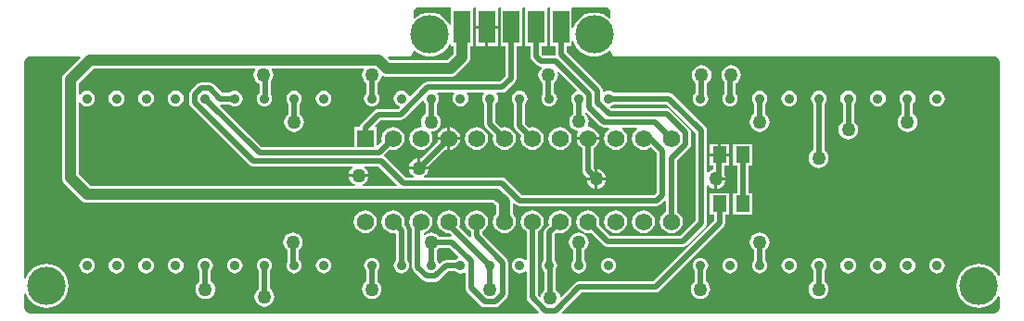
<source format=gbl>
G04 Layer_Physical_Order=2*
G04 Layer_Color=16711680*
%FSLAX42Y42*%
%MOMM*%
G71*
G01*
G75*
%ADD10C,0.50*%
%ADD11C,0.90*%
%ADD12C,1.56*%
%ADD13R,1.56X1.56*%
%ADD14C,3.50*%
%ADD15C,1.27*%
%ADD16R,1.25X1.50*%
%ADD17R,1.50X3.00*%
%ADD18C,1.00*%
G36*
X3945Y2513D02*
Y2495D01*
X3969D01*
Y2427D01*
X3908Y2366D01*
X3388D01*
X3366Y2388D01*
X3371Y2400D01*
X3550D01*
Y2399D01*
X3570Y2403D01*
X3586Y2414D01*
X3597Y2430D01*
X3600Y2447D01*
X3608Y2451D01*
X3614Y2453D01*
X3638Y2433D01*
X3673Y2414D01*
X3711Y2402D01*
X3750Y2399D01*
X3789Y2402D01*
X3827Y2414D01*
X3862Y2433D01*
X3892Y2458D01*
X3917Y2488D01*
X3932Y2516D01*
X3945Y2513D01*
D02*
G37*
G36*
X4834Y2850D02*
X4845Y2846D01*
Y2495D01*
X4894D01*
Y2421D01*
X4886Y2411D01*
X4781D01*
X4772Y2421D01*
Y2495D01*
X4821D01*
Y2838D01*
X4832Y2850D01*
X4834Y2850D01*
D02*
G37*
G36*
X4609Y2850D02*
X4620Y2846D01*
Y2495D01*
X4669D01*
Y2400D01*
X4673Y2380D01*
X4684Y2363D01*
X4724Y2324D01*
X4740Y2313D01*
X4760Y2309D01*
X4766D01*
X4770Y2296D01*
X4767Y2293D01*
X4752Y2275D01*
X4743Y2253D01*
X4740Y2230D01*
X4743Y2207D01*
X4752Y2185D01*
X4767Y2167D01*
X4779Y2157D01*
Y2051D01*
X4779Y2051D01*
X4771Y2033D01*
X4769Y2015D01*
X4771Y1997D01*
X4779Y1979D01*
X4790Y1965D01*
X4804Y1954D01*
X4822Y1946D01*
X4840Y1944D01*
X4858Y1946D01*
X4876Y1954D01*
X4890Y1965D01*
X4901Y1979D01*
X4909Y1997D01*
X4911Y2015D01*
X4909Y2033D01*
X4901Y2051D01*
X4890Y2065D01*
X4881Y2072D01*
Y2157D01*
X4893Y2167D01*
X4908Y2185D01*
X4917Y2207D01*
X4920Y2230D01*
X4917Y2253D01*
X4917Y2254D01*
X4928Y2259D01*
X5092Y2095D01*
X5087Y2082D01*
X5074Y2076D01*
X5060Y2065D01*
X5049Y2051D01*
X5041Y2033D01*
X5039Y2015D01*
X5041Y1997D01*
X5049Y1979D01*
X5060Y1965D01*
X5060Y1964D01*
Y1878D01*
X5048Y1869D01*
X5034Y1851D01*
X5025Y1829D01*
X5022Y1806D01*
X5025Y1782D01*
X5034Y1761D01*
X5048Y1742D01*
X5067Y1728D01*
X5088Y1719D01*
X5098Y1718D01*
X5103Y1704D01*
X5102Y1702D01*
X5091Y1677D01*
X5089Y1663D01*
X5295D01*
X5293Y1677D01*
X5282Y1702D01*
X5266Y1724D01*
X5244Y1740D01*
X5219Y1751D01*
X5199Y1753D01*
X5198Y1754D01*
X5192Y1766D01*
X5192Y1767D01*
X5198Y1782D01*
X5201Y1806D01*
X5198Y1829D01*
X5189Y1851D01*
X5175Y1869D01*
X5168Y1875D01*
X5168Y1881D01*
X5182Y1886D01*
X5304Y1764D01*
X5320Y1753D01*
X5340Y1749D01*
X5384D01*
X5388Y1736D01*
X5372Y1724D01*
X5356Y1702D01*
X5345Y1677D01*
X5342Y1650D01*
X5345Y1623D01*
X5356Y1598D01*
X5372Y1576D01*
X5394Y1560D01*
X5419Y1549D01*
X5446Y1546D01*
X5473Y1549D01*
X5498Y1560D01*
X5520Y1576D01*
X5536Y1598D01*
X5547Y1623D01*
X5550Y1650D01*
X5547Y1677D01*
X5536Y1702D01*
X5520Y1724D01*
X5504Y1736D01*
X5508Y1749D01*
X5638D01*
X5642Y1736D01*
X5626Y1724D01*
X5610Y1702D01*
X5599Y1677D01*
X5596Y1650D01*
X5599Y1623D01*
X5610Y1598D01*
X5626Y1576D01*
X5648Y1560D01*
X5673Y1549D01*
X5700Y1546D01*
X5727Y1549D01*
X5752Y1560D01*
X5767Y1571D01*
X5819Y1519D01*
Y1153D01*
X5797Y1131D01*
X4591D01*
X4446Y1276D01*
X4430Y1287D01*
X4410Y1291D01*
X3700D01*
X3699Y1295D01*
X3697Y1304D01*
X3713Y1317D01*
X3728Y1335D01*
X3737Y1357D01*
X3738Y1367D01*
X3562D01*
X3563Y1357D01*
X3572Y1335D01*
X3587Y1317D01*
X3603Y1304D01*
X3601Y1295D01*
X3600Y1291D01*
X3531D01*
X3340Y1483D01*
X3336Y1485D01*
X3335Y1498D01*
X3386Y1550D01*
X3387Y1549D01*
X3414Y1546D01*
X3441Y1549D01*
X3466Y1560D01*
X3488Y1576D01*
X3504Y1598D01*
X3515Y1623D01*
X3518Y1650D01*
X3515Y1677D01*
X3504Y1702D01*
X3488Y1724D01*
X3466Y1740D01*
X3441Y1751D01*
X3414Y1754D01*
X3387Y1751D01*
X3362Y1740D01*
X3340Y1724D01*
X3324Y1702D01*
X3313Y1677D01*
X3310Y1650D01*
X3313Y1623D01*
X3314Y1622D01*
X3276Y1585D01*
X3263Y1590D01*
Y1753D01*
X3253D01*
X3248Y1765D01*
X3301Y1819D01*
X3480D01*
X3500Y1823D01*
X3516Y1834D01*
X3680Y1997D01*
X3693Y1992D01*
X3699Y1979D01*
X3709Y1966D01*
Y1873D01*
X3697Y1863D01*
X3682Y1845D01*
X3673Y1823D01*
X3670Y1800D01*
X3673Y1777D01*
X3678Y1766D01*
X3669Y1754D01*
X3668Y1754D01*
X3641Y1751D01*
X3616Y1740D01*
X3594Y1724D01*
X3578Y1702D01*
X3567Y1677D01*
X3564Y1650D01*
X3567Y1623D01*
X3578Y1598D01*
X3594Y1576D01*
X3616Y1560D01*
X3641Y1549D01*
X3668Y1546D01*
X3695Y1549D01*
X3720Y1560D01*
X3742Y1576D01*
X3758Y1598D01*
X3769Y1623D01*
X3772Y1650D01*
X3769Y1677D01*
X3760Y1698D01*
X3760Y1698D01*
X3765Y1709D01*
X3767Y1711D01*
X3783Y1713D01*
X3805Y1722D01*
X3823Y1737D01*
X3838Y1755D01*
X3847Y1777D01*
X3850Y1800D01*
X3847Y1823D01*
X3838Y1845D01*
X3823Y1863D01*
X3811Y1873D01*
Y1966D01*
X3821Y1979D01*
X3829Y1997D01*
X3831Y2015D01*
X3829Y2033D01*
X3821Y2051D01*
X3817Y2056D01*
X3824Y2069D01*
X3966D01*
X3973Y2056D01*
X3969Y2051D01*
X3961Y2033D01*
X3959Y2015D01*
X3961Y1997D01*
X3969Y1979D01*
X3980Y1965D01*
X3994Y1954D01*
X4012Y1946D01*
X4030Y1944D01*
X4048Y1946D01*
X4066Y1954D01*
X4080Y1965D01*
X4091Y1979D01*
X4099Y1997D01*
X4101Y2015D01*
X4099Y2033D01*
X4091Y2051D01*
X4087Y2056D01*
X4094Y2069D01*
X4236D01*
X4243Y2056D01*
X4239Y2051D01*
X4231Y2033D01*
X4229Y2015D01*
X4231Y1997D01*
X4239Y1979D01*
X4249Y1966D01*
Y1780D01*
X4253Y1760D01*
X4264Y1744D01*
X4330Y1678D01*
X4329Y1677D01*
X4326Y1650D01*
X4329Y1623D01*
X4340Y1598D01*
X4356Y1576D01*
X4378Y1560D01*
X4403Y1549D01*
X4430Y1546D01*
X4457Y1549D01*
X4482Y1560D01*
X4504Y1576D01*
X4520Y1598D01*
X4531Y1623D01*
X4534Y1650D01*
X4531Y1677D01*
X4520Y1702D01*
X4504Y1724D01*
X4482Y1740D01*
X4457Y1751D01*
X4430Y1754D01*
X4403Y1751D01*
X4402Y1750D01*
X4351Y1801D01*
Y1966D01*
X4361Y1979D01*
X4369Y1997D01*
X4371Y2015D01*
X4369Y2033D01*
X4361Y2051D01*
X4357Y2056D01*
X4364Y2069D01*
X4410D01*
X4430Y2073D01*
X4446Y2084D01*
X4526Y2164D01*
X4537Y2180D01*
X4541Y2200D01*
Y2495D01*
X4596D01*
Y2838D01*
X4607Y2850D01*
X4609Y2850D01*
D02*
G37*
G36*
X4159Y2851D02*
X4170Y2846D01*
X4170Y2838D01*
Y2683D01*
X4371D01*
Y2838D01*
X4382Y2851D01*
X4384Y2851D01*
X4395Y2846D01*
Y2495D01*
X4439D01*
Y2221D01*
X4389Y2171D01*
X3730D01*
X3710Y2167D01*
X3694Y2156D01*
X3570Y2033D01*
X3557Y2038D01*
X3551Y2051D01*
X3540Y2065D01*
X3526Y2076D01*
X3508Y2084D01*
X3490Y2086D01*
X3472Y2084D01*
X3454Y2076D01*
X3440Y2065D01*
X3429Y2051D01*
X3421Y2033D01*
X3419Y2015D01*
X3421Y1997D01*
X3429Y1979D01*
X3440Y1965D01*
X3454Y1954D01*
X3467Y1948D01*
X3472Y1935D01*
X3459Y1921D01*
X3280D01*
X3260Y1917D01*
X3244Y1906D01*
X3124Y1786D01*
X3113Y1770D01*
X3109Y1753D01*
X3057D01*
Y1573D01*
X2215D01*
X1837Y1951D01*
X1842Y1964D01*
X1921D01*
X1934Y1954D01*
X1952Y1946D01*
X1970Y1944D01*
X1988Y1946D01*
X2006Y1954D01*
X2020Y1965D01*
X2031Y1979D01*
X2039Y1997D01*
X2041Y2015D01*
X2039Y2033D01*
X2031Y2051D01*
X2020Y2065D01*
X2006Y2076D01*
X1988Y2084D01*
X1970Y2086D01*
X1952Y2084D01*
X1934Y2076D01*
X1921Y2066D01*
X1856D01*
X1776Y2147D01*
X1759Y2158D01*
X1740Y2162D01*
X1660D01*
X1641Y2158D01*
X1624Y2147D01*
X1568Y2091D01*
X1557Y2074D01*
X1553Y2055D01*
Y1975D01*
X1557Y1956D01*
X1568Y1939D01*
X2098Y1410D01*
X2114Y1399D01*
X2134Y1395D01*
X3044D01*
X3048Y1382D01*
X3037Y1373D01*
X3022Y1355D01*
X3013Y1333D01*
X3012Y1323D01*
X3188D01*
X3187Y1333D01*
X3178Y1355D01*
X3163Y1373D01*
X3152Y1382D01*
X3156Y1395D01*
X3283D01*
X3450Y1227D01*
X3445Y1216D01*
X3138D01*
X3135Y1228D01*
X3145Y1232D01*
X3163Y1247D01*
X3178Y1265D01*
X3187Y1287D01*
X3188Y1297D01*
X3012D01*
X3013Y1287D01*
X3022Y1265D01*
X3037Y1247D01*
X3055Y1232D01*
X3065Y1228D01*
X3062Y1216D01*
X652D01*
X546Y1322D01*
Y1976D01*
X558Y1979D01*
X559Y1979D01*
X570Y1965D01*
X584Y1954D01*
X602Y1946D01*
X620Y1944D01*
X638Y1946D01*
X656Y1954D01*
X670Y1965D01*
X681Y1979D01*
X689Y1997D01*
X691Y2015D01*
X689Y2033D01*
X681Y2051D01*
X670Y2065D01*
X656Y2076D01*
X638Y2084D01*
X620Y2086D01*
X602Y2084D01*
X584Y2076D01*
X570Y2065D01*
X559Y2051D01*
X558Y2051D01*
X546Y2054D01*
Y2158D01*
X680Y2293D01*
X2152D01*
X2157Y2281D01*
X2152Y2275D01*
X2143Y2253D01*
X2140Y2230D01*
X2143Y2207D01*
X2152Y2185D01*
X2167Y2167D01*
X2185Y2152D01*
X2199Y2147D01*
Y2072D01*
X2190Y2065D01*
X2179Y2051D01*
X2171Y2033D01*
X2169Y2015D01*
X2171Y1997D01*
X2179Y1979D01*
X2190Y1965D01*
X2204Y1954D01*
X2222Y1946D01*
X2240Y1944D01*
X2258Y1946D01*
X2276Y1954D01*
X2290Y1965D01*
X2301Y1979D01*
X2309Y1997D01*
X2311Y2015D01*
X2309Y2033D01*
X2301Y2051D01*
X2301Y2051D01*
Y2177D01*
X2308Y2185D01*
X2317Y2207D01*
X2320Y2230D01*
X2317Y2253D01*
X2308Y2275D01*
X2303Y2281D01*
X2308Y2293D01*
X3142D01*
X3147Y2281D01*
X3142Y2275D01*
X3133Y2253D01*
X3130Y2230D01*
X3133Y2207D01*
X3142Y2185D01*
X3157Y2167D01*
X3169Y2157D01*
Y2064D01*
X3159Y2051D01*
X3151Y2033D01*
X3149Y2015D01*
X3151Y1997D01*
X3159Y1979D01*
X3170Y1965D01*
X3184Y1954D01*
X3202Y1946D01*
X3220Y1944D01*
X3238Y1946D01*
X3256Y1954D01*
X3270Y1965D01*
X3281Y1979D01*
X3289Y1997D01*
X3291Y2015D01*
X3289Y2033D01*
X3281Y2051D01*
X3271Y2064D01*
Y2157D01*
X3283Y2167D01*
X3298Y2185D01*
X3307Y2207D01*
X3308Y2216D01*
X3312Y2219D01*
X3322Y2223D01*
X3337Y2217D01*
X3356Y2214D01*
X3940D01*
X3960Y2217D01*
X3978Y2224D01*
X3994Y2236D01*
X4099Y2342D01*
X4111Y2357D01*
X4119Y2376D01*
X4121Y2395D01*
Y2495D01*
X4146D01*
Y2838D01*
X4156Y2851D01*
X4159Y2851D01*
D02*
G37*
G36*
X3934Y2851D02*
X3945Y2846D01*
Y2687D01*
X3932Y2684D01*
X3917Y2712D01*
X3892Y2742D01*
X3862Y2767D01*
X3827Y2786D01*
X3789Y2798D01*
X3750Y2801D01*
X3711Y2798D01*
X3673Y2786D01*
X3638Y2767D01*
X3613Y2747D01*
X3600Y2753D01*
X3600Y2800D01*
X3600Y2800D01*
X3600D01*
X3601Y2812D01*
X3603Y2820D01*
X3614Y2836D01*
X3630Y2847D01*
X3650Y2851D01*
X3934Y2851D01*
D02*
G37*
G36*
X5370Y2847D02*
X5386Y2836D01*
X5397Y2820D01*
X5401Y2800D01*
X5401Y2751D01*
X5388Y2746D01*
X5362Y2767D01*
X5327Y2786D01*
X5289Y2798D01*
X5250Y2801D01*
X5211Y2798D01*
X5173Y2786D01*
X5138Y2767D01*
X5108Y2742D01*
X5083Y2712D01*
X5064Y2677D01*
X5058Y2659D01*
X5046Y2661D01*
Y2837D01*
X5057Y2850D01*
X5350Y2850D01*
Y2850D01*
X5351Y2851D01*
X5370Y2847D01*
D02*
G37*
G36*
X5064Y2523D02*
X5083Y2488D01*
X5108Y2458D01*
X5138Y2433D01*
X5173Y2414D01*
X5211Y2402D01*
X5250Y2399D01*
X5289Y2402D01*
X5327Y2414D01*
X5362Y2433D01*
X5387Y2453D01*
X5390Y2453D01*
X5400Y2447D01*
X5403Y2430D01*
X5414Y2414D01*
X5430Y2403D01*
X5450Y2399D01*
Y2400D01*
X8900D01*
Y2400D01*
X8901Y2401D01*
X8920Y2397D01*
X8936Y2386D01*
X8947Y2370D01*
X8951Y2350D01*
X8950Y396D01*
X8937Y393D01*
X8927Y412D01*
X8902Y442D01*
X8872Y467D01*
X8837Y486D01*
X8799Y498D01*
X8760Y501D01*
X8721Y498D01*
X8683Y486D01*
X8648Y467D01*
X8618Y442D01*
X8593Y412D01*
X8574Y377D01*
X8563Y339D01*
X8559Y300D01*
X8563Y261D01*
X8574Y223D01*
X8593Y188D01*
X8618Y158D01*
X8648Y133D01*
X8683Y114D01*
X8721Y103D01*
X8760Y99D01*
X8799Y103D01*
X8837Y114D01*
X8872Y133D01*
X8902Y158D01*
X8927Y188D01*
X8937Y207D01*
X8950Y203D01*
X8950Y100D01*
X8950D01*
X8951Y99D01*
X8947Y80D01*
X8936Y64D01*
X8920Y53D01*
X8900Y49D01*
X4960Y49D01*
X4955Y61D01*
X5132Y239D01*
X5810D01*
X5830Y243D01*
X5846Y254D01*
X6431Y839D01*
X6442Y855D01*
X6446Y875D01*
Y950D01*
X6483D01*
Y1150D01*
X6307D01*
Y950D01*
X6344D01*
Y896D01*
X5789Y341D01*
X5111D01*
X5091Y337D01*
X5075Y326D01*
X4950Y201D01*
X4938Y205D01*
X4937Y213D01*
X4928Y235D01*
X4913Y253D01*
X4901Y263D01*
Y449D01*
X4901Y449D01*
X4909Y467D01*
X4911Y485D01*
X4909Y503D01*
X4901Y521D01*
X4891Y534D01*
Y769D01*
X4910Y788D01*
X4911Y787D01*
X4938Y784D01*
X4965Y787D01*
X4990Y798D01*
X5012Y814D01*
X5028Y836D01*
X5039Y861D01*
X5042Y888D01*
X5039Y915D01*
X5028Y940D01*
X5012Y962D01*
X4990Y978D01*
X4965Y989D01*
X4938Y992D01*
X4911Y989D01*
X4886Y978D01*
X4864Y962D01*
X4848Y940D01*
X4837Y915D01*
X4834Y888D01*
X4837Y861D01*
X4838Y860D01*
X4804Y826D01*
X4793Y810D01*
X4789Y790D01*
Y534D01*
X4779Y521D01*
X4771Y503D01*
X4769Y485D01*
X4771Y467D01*
X4779Y449D01*
X4790Y435D01*
X4799Y428D01*
Y263D01*
X4787Y253D01*
X4772Y235D01*
X4763Y213D01*
X4762Y205D01*
X4750Y201D01*
X4735Y216D01*
Y797D01*
X4736Y798D01*
X4758Y814D01*
X4774Y836D01*
X4785Y861D01*
X4788Y888D01*
X4785Y915D01*
X4774Y940D01*
X4758Y962D01*
X4736Y978D01*
X4711Y989D01*
X4684Y992D01*
X4657Y989D01*
X4632Y978D01*
X4610Y962D01*
X4594Y940D01*
X4583Y915D01*
X4580Y888D01*
X4583Y861D01*
X4594Y836D01*
X4610Y814D01*
X4632Y798D01*
X4633Y797D01*
Y540D01*
X4621Y536D01*
X4620Y535D01*
X4606Y546D01*
X4588Y554D01*
X4570Y556D01*
X4552Y554D01*
X4534Y546D01*
X4520Y535D01*
X4509Y521D01*
X4501Y503D01*
X4499Y485D01*
X4501Y467D01*
X4509Y449D01*
X4520Y435D01*
X4534Y424D01*
X4552Y416D01*
X4570Y414D01*
X4588Y416D01*
X4606Y424D01*
X4620Y435D01*
X4621Y434D01*
X4633Y430D01*
Y195D01*
X4637Y175D01*
X4648Y159D01*
X4745Y61D01*
X4740Y49D01*
X100Y50D01*
Y50D01*
X99Y49D01*
X80Y53D01*
X64Y64D01*
X53Y80D01*
X49Y100D01*
X49Y228D01*
X62Y230D01*
X64Y223D01*
X83Y188D01*
X108Y158D01*
X138Y133D01*
X173Y114D01*
X211Y103D01*
X250Y99D01*
X289Y103D01*
X327Y114D01*
X362Y133D01*
X392Y158D01*
X417Y188D01*
X436Y223D01*
X448Y261D01*
X451Y300D01*
X448Y339D01*
X436Y377D01*
X417Y412D01*
X392Y442D01*
X362Y467D01*
X327Y486D01*
X289Y498D01*
X250Y501D01*
X211Y498D01*
X173Y486D01*
X138Y467D01*
X108Y442D01*
X83Y412D01*
X64Y377D01*
X62Y370D01*
X49Y372D01*
X50Y2350D01*
X50D01*
X49Y2351D01*
X53Y2370D01*
X64Y2386D01*
X80Y2397D01*
X99Y2401D01*
X100Y2400D01*
Y2400D01*
X556D01*
X561Y2388D01*
X416Y2244D01*
X404Y2228D01*
X397Y2210D01*
X394Y2190D01*
Y1290D01*
X397Y1270D01*
X404Y1252D01*
X416Y1236D01*
X567Y1086D01*
X582Y1074D01*
X601Y1066D01*
X620Y1064D01*
X4329D01*
X4354Y1039D01*
Y959D01*
X4340Y940D01*
X4329Y915D01*
X4326Y888D01*
X4329Y861D01*
X4340Y836D01*
X4356Y814D01*
X4378Y798D01*
X4403Y787D01*
X4430Y784D01*
X4457Y787D01*
X4482Y798D01*
X4504Y814D01*
X4520Y836D01*
X4531Y861D01*
X4534Y888D01*
X4531Y915D01*
X4520Y940D01*
X4506Y959D01*
Y1053D01*
X4519Y1059D01*
X4534Y1044D01*
X4550Y1033D01*
X4570Y1029D01*
X5819D01*
X5838Y1033D01*
X5855Y1044D01*
X5891Y1080D01*
X5903Y1075D01*
Y979D01*
X5902Y978D01*
X5880Y962D01*
X5864Y940D01*
X5853Y915D01*
X5850Y888D01*
X5853Y861D01*
X5864Y836D01*
X5880Y814D01*
X5902Y798D01*
X5927Y787D01*
X5954Y784D01*
X5981Y787D01*
X6006Y798D01*
X6028Y814D01*
X6044Y836D01*
X6055Y861D01*
X6058Y888D01*
X6055Y915D01*
X6044Y940D01*
X6028Y962D01*
X6006Y978D01*
X6005Y979D01*
Y1447D01*
X6119Y1560D01*
X6130Y1577D01*
X6134Y1597D01*
Y1703D01*
X6130Y1723D01*
X6119Y1740D01*
X5947Y1912D01*
X5930Y1923D01*
X5910Y1927D01*
X5407D01*
X5399Y1936D01*
X5403Y1948D01*
X5416Y1954D01*
X5429Y1964D01*
X5914D01*
X6179Y1699D01*
Y901D01*
X6039Y761D01*
X5391D01*
X5292Y860D01*
X5293Y861D01*
X5296Y888D01*
X5293Y915D01*
X5282Y940D01*
X5266Y962D01*
X5244Y978D01*
X5219Y989D01*
X5192Y992D01*
X5165Y989D01*
X5140Y978D01*
X5118Y962D01*
X5102Y940D01*
X5091Y915D01*
X5088Y888D01*
X5091Y861D01*
X5102Y836D01*
X5118Y814D01*
X5140Y798D01*
X5165Y787D01*
X5192Y784D01*
X5219Y787D01*
X5220Y788D01*
X5334Y674D01*
X5350Y663D01*
X5370Y659D01*
X6060D01*
X6080Y663D01*
X6096Y674D01*
X6266Y844D01*
X6277Y860D01*
X6281Y880D01*
Y1216D01*
X6294Y1220D01*
X6297Y1217D01*
X6315Y1202D01*
X6337Y1193D01*
X6347Y1192D01*
Y1280D01*
X6360D01*
Y1293D01*
X6448D01*
X6447Y1303D01*
X6441Y1316D01*
Y1400D01*
X6483D01*
Y1487D01*
X6307D01*
Y1400D01*
X6339D01*
Y1367D01*
X6337Y1367D01*
X6315Y1358D01*
X6297Y1343D01*
X6294Y1340D01*
X6281Y1344D01*
Y1720D01*
X6277Y1740D01*
X6266Y1756D01*
X5971Y2051D01*
X5955Y2062D01*
X5935Y2066D01*
X5429D01*
X5416Y2076D01*
X5398Y2084D01*
X5380Y2086D01*
X5362Y2084D01*
X5344Y2076D01*
X5344Y2076D01*
X5332Y2081D01*
Y2086D01*
X5328Y2105D01*
X5317Y2122D01*
X4997Y2442D01*
Y2495D01*
X5046D01*
Y2539D01*
X5058Y2541D01*
X5064Y2523D01*
D02*
G37*
%LPC*%
G36*
X8110Y556D02*
X8092Y554D01*
X8074Y546D01*
X8060Y535D01*
X8049Y521D01*
X8041Y503D01*
X8039Y485D01*
X8041Y467D01*
X8049Y449D01*
X8060Y435D01*
X8074Y424D01*
X8092Y416D01*
X8110Y414D01*
X8128Y416D01*
X8146Y424D01*
X8160Y435D01*
X8171Y449D01*
X8179Y467D01*
X8181Y485D01*
X8179Y503D01*
X8171Y521D01*
X8160Y535D01*
X8146Y546D01*
X8128Y554D01*
X8110Y556D01*
D02*
G37*
G36*
X8380D02*
X8362Y554D01*
X8344Y546D01*
X8330Y535D01*
X8319Y521D01*
X8311Y503D01*
X8309Y485D01*
X8311Y467D01*
X8319Y449D01*
X8330Y435D01*
X8344Y424D01*
X8362Y416D01*
X8380Y414D01*
X8398Y416D01*
X8416Y424D01*
X8430Y435D01*
X8441Y449D01*
X8449Y467D01*
X8451Y485D01*
X8449Y503D01*
X8441Y521D01*
X8430Y535D01*
X8416Y546D01*
X8398Y554D01*
X8380Y556D01*
D02*
G37*
G36*
X7840D02*
X7822Y554D01*
X7804Y546D01*
X7790Y535D01*
X7779Y521D01*
X7771Y503D01*
X7769Y485D01*
X7771Y467D01*
X7779Y449D01*
X7790Y435D01*
X7804Y424D01*
X7822Y416D01*
X7840Y414D01*
X7858Y416D01*
X7876Y424D01*
X7890Y435D01*
X7901Y449D01*
X7909Y467D01*
X7911Y485D01*
X7909Y503D01*
X7901Y521D01*
X7890Y535D01*
X7876Y546D01*
X7858Y554D01*
X7840Y556D01*
D02*
G37*
G36*
X6760Y790D02*
X6737Y787D01*
X6715Y778D01*
X6697Y763D01*
X6682Y745D01*
X6673Y723D01*
X6670Y700D01*
X6673Y677D01*
X6682Y655D01*
X6697Y637D01*
X6709Y627D01*
Y534D01*
X6699Y521D01*
X6691Y503D01*
X6689Y485D01*
X6691Y467D01*
X6699Y449D01*
X6710Y435D01*
X6724Y424D01*
X6742Y416D01*
X6760Y414D01*
X6778Y416D01*
X6796Y424D01*
X6810Y435D01*
X6821Y449D01*
X6829Y467D01*
X6831Y485D01*
X6829Y503D01*
X6821Y521D01*
X6811Y534D01*
Y627D01*
X6823Y637D01*
X6838Y655D01*
X6847Y677D01*
X6850Y700D01*
X6847Y723D01*
X6838Y745D01*
X6823Y763D01*
X6805Y778D01*
X6783Y787D01*
X6760Y790D01*
D02*
G37*
G36*
X7030Y556D02*
X7012Y554D01*
X6994Y546D01*
X6980Y535D01*
X6969Y521D01*
X6961Y503D01*
X6959Y485D01*
X6961Y467D01*
X6969Y449D01*
X6980Y435D01*
X6994Y424D01*
X7012Y416D01*
X7030Y414D01*
X7048Y416D01*
X7066Y424D01*
X7080Y435D01*
X7091Y449D01*
X7099Y467D01*
X7101Y485D01*
X7099Y503D01*
X7091Y521D01*
X7080Y535D01*
X7066Y546D01*
X7048Y554D01*
X7030Y556D01*
D02*
G37*
G36*
X7570D02*
X7552Y554D01*
X7534Y546D01*
X7520Y535D01*
X7509Y521D01*
X7501Y503D01*
X7499Y485D01*
X7501Y467D01*
X7509Y449D01*
X7520Y435D01*
X7534Y424D01*
X7552Y416D01*
X7570Y414D01*
X7588Y416D01*
X7606Y424D01*
X7620Y435D01*
X7631Y449D01*
X7639Y467D01*
X7641Y485D01*
X7639Y503D01*
X7631Y521D01*
X7620Y535D01*
X7606Y546D01*
X7588Y554D01*
X7570Y556D01*
D02*
G37*
G36*
X6693Y1600D02*
X6517D01*
Y1400D01*
X6554D01*
Y1150D01*
X6517D01*
Y950D01*
X6693D01*
Y1150D01*
X6656D01*
Y1400D01*
X6693D01*
Y1600D01*
D02*
G37*
G36*
X5257Y1267D02*
X5182D01*
X5183Y1257D01*
X5192Y1235D01*
X5207Y1217D01*
X5225Y1202D01*
X5247Y1193D01*
X5257Y1192D01*
Y1267D01*
D02*
G37*
G36*
X5358D02*
X5283D01*
Y1192D01*
X5293Y1193D01*
X5315Y1202D01*
X5333Y1217D01*
X5348Y1235D01*
X5357Y1257D01*
X5358Y1267D01*
D02*
G37*
G36*
X5700Y992D02*
X5673Y989D01*
X5648Y978D01*
X5626Y962D01*
X5610Y940D01*
X5599Y915D01*
X5596Y888D01*
X5599Y861D01*
X5610Y836D01*
X5626Y814D01*
X5648Y798D01*
X5673Y787D01*
X5700Y784D01*
X5727Y787D01*
X5752Y798D01*
X5774Y814D01*
X5790Y836D01*
X5801Y861D01*
X5804Y888D01*
X5801Y915D01*
X5790Y940D01*
X5774Y962D01*
X5752Y978D01*
X5727Y989D01*
X5700Y992D01*
D02*
G37*
G36*
X4176D02*
X4149Y989D01*
X4124Y978D01*
X4102Y962D01*
X4086Y940D01*
X4075Y915D01*
X4072Y888D01*
X4075Y861D01*
X4086Y836D01*
X4102Y814D01*
X4124Y798D01*
X4125Y797D01*
Y754D01*
X4125Y750D01*
X4114Y744D01*
X4015Y843D01*
X4023Y861D01*
X4026Y888D01*
X4023Y915D01*
X4012Y940D01*
X3996Y962D01*
X3974Y978D01*
X3949Y989D01*
X3922Y992D01*
X3895Y989D01*
X3870Y978D01*
X3848Y962D01*
X3832Y940D01*
X3821Y915D01*
X3818Y888D01*
X3821Y861D01*
X3832Y836D01*
X3848Y814D01*
X3870Y798D01*
X3895Y787D01*
X3922Y784D01*
X3928Y784D01*
X3948Y764D01*
X3943Y751D01*
X3833D01*
X3823Y763D01*
X3805Y778D01*
X3783Y787D01*
X3760Y790D01*
X3737Y787D01*
X3715Y778D01*
X3705Y770D01*
X3694Y775D01*
X3694Y787D01*
X3695Y787D01*
X3720Y798D01*
X3742Y814D01*
X3758Y836D01*
X3769Y861D01*
X3772Y888D01*
X3769Y915D01*
X3758Y940D01*
X3742Y962D01*
X3720Y978D01*
X3695Y989D01*
X3668Y992D01*
X3641Y989D01*
X3616Y978D01*
X3594Y962D01*
X3578Y940D01*
X3567Y915D01*
X3564Y888D01*
X3567Y861D01*
X3578Y836D01*
X3589Y821D01*
Y470D01*
X3593Y450D01*
X3604Y434D01*
X3684Y353D01*
X3701Y342D01*
X3720Y338D01*
X3800D01*
X3819Y342D01*
X3836Y353D01*
X3916Y434D01*
X3981D01*
X3994Y424D01*
X4012Y416D01*
X4030Y414D01*
X4048Y416D01*
X4061Y422D01*
X4074Y415D01*
Y284D01*
X4078Y264D01*
X4089Y247D01*
X4216Y120D01*
X4233Y109D01*
X4253Y105D01*
X4347D01*
X4367Y109D01*
X4384Y120D01*
X4450Y186D01*
X4461Y203D01*
X4465Y223D01*
Y516D01*
X4461Y536D01*
X4450Y552D01*
X4227Y775D01*
Y797D01*
X4228Y798D01*
X4250Y814D01*
X4266Y836D01*
X4277Y861D01*
X4280Y888D01*
X4277Y915D01*
X4266Y940D01*
X4250Y962D01*
X4228Y978D01*
X4203Y989D01*
X4176Y992D01*
D02*
G37*
G36*
X3160D02*
X3133Y989D01*
X3108Y978D01*
X3086Y962D01*
X3070Y940D01*
X3059Y915D01*
X3056Y888D01*
X3059Y861D01*
X3070Y836D01*
X3086Y814D01*
X3108Y798D01*
X3133Y787D01*
X3160Y784D01*
X3187Y787D01*
X3212Y798D01*
X3234Y814D01*
X3250Y836D01*
X3261Y861D01*
X3264Y888D01*
X3261Y915D01*
X3250Y940D01*
X3234Y962D01*
X3212Y978D01*
X3187Y989D01*
X3160Y992D01*
D02*
G37*
G36*
X5446D02*
X5419Y989D01*
X5394Y978D01*
X5372Y962D01*
X5356Y940D01*
X5345Y915D01*
X5342Y888D01*
X5345Y861D01*
X5356Y836D01*
X5372Y814D01*
X5394Y798D01*
X5419Y787D01*
X5446Y784D01*
X5473Y787D01*
X5498Y798D01*
X5520Y814D01*
X5536Y836D01*
X5547Y861D01*
X5550Y888D01*
X5547Y915D01*
X5536Y940D01*
X5520Y962D01*
X5498Y978D01*
X5473Y989D01*
X5446Y992D01*
D02*
G37*
G36*
X6490Y556D02*
X6472Y554D01*
X6454Y546D01*
X6440Y535D01*
X6429Y521D01*
X6421Y503D01*
X6419Y485D01*
X6421Y467D01*
X6429Y449D01*
X6440Y435D01*
X6454Y424D01*
X6472Y416D01*
X6490Y414D01*
X6508Y416D01*
X6526Y424D01*
X6540Y435D01*
X6551Y449D01*
X6559Y467D01*
X6561Y485D01*
X6559Y503D01*
X6551Y521D01*
X6540Y535D01*
X6526Y546D01*
X6508Y554D01*
X6490Y556D01*
D02*
G37*
G36*
X7300D02*
X7282Y554D01*
X7264Y546D01*
X7250Y535D01*
X7239Y521D01*
X7231Y503D01*
X7229Y485D01*
X7231Y467D01*
X7239Y449D01*
X7249Y436D01*
Y343D01*
X7237Y333D01*
X7222Y315D01*
X7213Y293D01*
X7210Y270D01*
X7213Y247D01*
X7222Y225D01*
X7237Y207D01*
X7255Y192D01*
X7277Y183D01*
X7300Y180D01*
X7323Y183D01*
X7345Y192D01*
X7363Y207D01*
X7378Y225D01*
X7387Y247D01*
X7390Y270D01*
X7387Y293D01*
X7378Y315D01*
X7363Y333D01*
X7351Y343D01*
Y436D01*
X7361Y449D01*
X7369Y467D01*
X7371Y485D01*
X7369Y503D01*
X7361Y521D01*
X7350Y535D01*
X7336Y546D01*
X7318Y554D01*
X7300Y556D01*
D02*
G37*
G36*
X620D02*
X602Y554D01*
X584Y546D01*
X570Y535D01*
X559Y521D01*
X551Y503D01*
X549Y485D01*
X551Y467D01*
X559Y449D01*
X570Y435D01*
X584Y424D01*
X602Y416D01*
X620Y414D01*
X638Y416D01*
X656Y424D01*
X670Y435D01*
X681Y449D01*
X689Y467D01*
X691Y485D01*
X689Y503D01*
X681Y521D01*
X670Y535D01*
X656Y546D01*
X638Y554D01*
X620Y556D01*
D02*
G37*
G36*
X890D02*
X872Y554D01*
X854Y546D01*
X840Y535D01*
X829Y521D01*
X821Y503D01*
X819Y485D01*
X821Y467D01*
X829Y449D01*
X840Y435D01*
X854Y424D01*
X872Y416D01*
X890Y414D01*
X908Y416D01*
X926Y424D01*
X940Y435D01*
X951Y449D01*
X959Y467D01*
X961Y485D01*
X959Y503D01*
X951Y521D01*
X940Y535D01*
X926Y546D01*
X908Y554D01*
X890Y556D01*
D02*
G37*
G36*
X6220D02*
X6202Y554D01*
X6184Y546D01*
X6170Y535D01*
X6159Y521D01*
X6151Y503D01*
X6149Y485D01*
X6151Y467D01*
X6159Y449D01*
X6169Y436D01*
Y343D01*
X6157Y333D01*
X6142Y315D01*
X6133Y293D01*
X6130Y270D01*
X6133Y247D01*
X6142Y225D01*
X6157Y207D01*
X6175Y192D01*
X6197Y183D01*
X6220Y180D01*
X6243Y183D01*
X6265Y192D01*
X6283Y207D01*
X6298Y225D01*
X6307Y247D01*
X6310Y270D01*
X6307Y293D01*
X6298Y315D01*
X6283Y333D01*
X6271Y343D01*
Y436D01*
X6281Y449D01*
X6289Y467D01*
X6291Y485D01*
X6289Y503D01*
X6281Y521D01*
X6270Y535D01*
X6256Y546D01*
X6238Y554D01*
X6220Y556D01*
D02*
G37*
G36*
X2240D02*
X2222Y554D01*
X2204Y546D01*
X2190Y535D01*
X2179Y521D01*
X2171Y503D01*
X2169Y485D01*
X2171Y467D01*
X2179Y449D01*
X2189Y436D01*
Y273D01*
X2177Y263D01*
X2162Y245D01*
X2153Y223D01*
X2150Y200D01*
X2153Y177D01*
X2162Y155D01*
X2177Y137D01*
X2195Y122D01*
X2217Y113D01*
X2240Y110D01*
X2263Y113D01*
X2285Y122D01*
X2303Y137D01*
X2318Y155D01*
X2327Y177D01*
X2330Y200D01*
X2327Y223D01*
X2318Y245D01*
X2303Y263D01*
X2291Y273D01*
Y436D01*
X2301Y449D01*
X2309Y467D01*
X2311Y485D01*
X2309Y503D01*
X2301Y521D01*
X2290Y535D01*
X2276Y546D01*
X2258Y554D01*
X2240Y556D01*
D02*
G37*
G36*
X1700D02*
X1682Y554D01*
X1664Y546D01*
X1650Y535D01*
X1639Y521D01*
X1631Y503D01*
X1629Y485D01*
X1631Y467D01*
X1639Y449D01*
X1649Y436D01*
Y343D01*
X1637Y333D01*
X1622Y315D01*
X1613Y293D01*
X1610Y270D01*
X1613Y247D01*
X1622Y225D01*
X1637Y207D01*
X1655Y192D01*
X1677Y183D01*
X1700Y180D01*
X1723Y183D01*
X1745Y192D01*
X1763Y207D01*
X1778Y225D01*
X1787Y247D01*
X1790Y270D01*
X1787Y293D01*
X1778Y315D01*
X1763Y333D01*
X1751Y343D01*
Y436D01*
X1761Y449D01*
X1769Y467D01*
X1771Y485D01*
X1769Y503D01*
X1761Y521D01*
X1750Y535D01*
X1736Y546D01*
X1718Y554D01*
X1700Y556D01*
D02*
G37*
G36*
X3220D02*
X3202Y554D01*
X3184Y546D01*
X3170Y535D01*
X3159Y521D01*
X3151Y503D01*
X3149Y485D01*
X3151Y467D01*
X3159Y449D01*
X3169Y436D01*
Y343D01*
X3157Y333D01*
X3142Y315D01*
X3133Y293D01*
X3130Y270D01*
X3133Y247D01*
X3142Y225D01*
X3157Y207D01*
X3175Y192D01*
X3197Y183D01*
X3220Y180D01*
X3243Y183D01*
X3265Y192D01*
X3283Y207D01*
X3298Y225D01*
X3307Y247D01*
X3310Y270D01*
X3307Y293D01*
X3298Y315D01*
X3283Y333D01*
X3271Y343D01*
Y436D01*
X3281Y449D01*
X3289Y467D01*
X3291Y485D01*
X3289Y503D01*
X3281Y521D01*
X3270Y535D01*
X3256Y546D01*
X3238Y554D01*
X3220Y556D01*
D02*
G37*
G36*
X1160D02*
X1142Y554D01*
X1124Y546D01*
X1110Y535D01*
X1099Y521D01*
X1091Y503D01*
X1089Y485D01*
X1091Y467D01*
X1099Y449D01*
X1110Y435D01*
X1124Y424D01*
X1142Y416D01*
X1160Y414D01*
X1178Y416D01*
X1196Y424D01*
X1210Y435D01*
X1221Y449D01*
X1229Y467D01*
X1231Y485D01*
X1229Y503D01*
X1221Y521D01*
X1210Y535D01*
X1196Y546D01*
X1178Y554D01*
X1160Y556D01*
D02*
G37*
G36*
X3414Y992D02*
X3387Y989D01*
X3362Y978D01*
X3340Y962D01*
X3324Y940D01*
X3313Y915D01*
X3310Y888D01*
X3313Y861D01*
X3324Y836D01*
X3340Y814D01*
X3362Y798D01*
X3387Y787D01*
X3414Y784D01*
X3429Y786D01*
X3439Y777D01*
Y534D01*
X3429Y521D01*
X3421Y503D01*
X3419Y485D01*
X3421Y467D01*
X3429Y449D01*
X3440Y435D01*
X3454Y424D01*
X3472Y416D01*
X3490Y414D01*
X3508Y416D01*
X3526Y424D01*
X3540Y435D01*
X3551Y449D01*
X3559Y467D01*
X3561Y485D01*
X3559Y503D01*
X3551Y521D01*
X3541Y534D01*
Y812D01*
X3537Y832D01*
X3526Y848D01*
X3514Y860D01*
X3515Y861D01*
X3518Y888D01*
X3515Y915D01*
X3504Y940D01*
X3488Y962D01*
X3466Y978D01*
X3441Y989D01*
X3414Y992D01*
D02*
G37*
G36*
X5110Y790D02*
X5087Y787D01*
X5065Y778D01*
X5047Y763D01*
X5032Y745D01*
X5023Y723D01*
X5020Y700D01*
X5023Y677D01*
X5032Y655D01*
X5047Y637D01*
X5059Y627D01*
Y534D01*
X5049Y521D01*
X5041Y503D01*
X5039Y485D01*
X5041Y467D01*
X5049Y449D01*
X5060Y435D01*
X5074Y424D01*
X5092Y416D01*
X5110Y414D01*
X5128Y416D01*
X5146Y424D01*
X5160Y435D01*
X5171Y449D01*
X5179Y467D01*
X5181Y485D01*
X5179Y503D01*
X5171Y521D01*
X5161Y534D01*
Y627D01*
X5173Y637D01*
X5188Y655D01*
X5197Y677D01*
X5200Y700D01*
X5197Y723D01*
X5188Y745D01*
X5173Y763D01*
X5155Y778D01*
X5133Y787D01*
X5110Y790D01*
D02*
G37*
G36*
X5380Y556D02*
X5362Y554D01*
X5344Y546D01*
X5330Y535D01*
X5319Y521D01*
X5311Y503D01*
X5309Y485D01*
X5311Y467D01*
X5319Y449D01*
X5330Y435D01*
X5344Y424D01*
X5362Y416D01*
X5380Y414D01*
X5398Y416D01*
X5416Y424D01*
X5430Y435D01*
X5441Y449D01*
X5449Y467D01*
X5451Y485D01*
X5449Y503D01*
X5441Y521D01*
X5430Y535D01*
X5416Y546D01*
X5398Y554D01*
X5380Y556D01*
D02*
G37*
G36*
X2780D02*
X2762Y554D01*
X2744Y546D01*
X2730Y535D01*
X2719Y521D01*
X2711Y503D01*
X2709Y485D01*
X2711Y467D01*
X2719Y449D01*
X2730Y435D01*
X2744Y424D01*
X2762Y416D01*
X2780Y414D01*
X2798Y416D01*
X2816Y424D01*
X2830Y435D01*
X2841Y449D01*
X2849Y467D01*
X2851Y485D01*
X2849Y503D01*
X2841Y521D01*
X2830Y535D01*
X2816Y546D01*
X2798Y554D01*
X2780Y556D01*
D02*
G37*
G36*
X1430D02*
X1412Y554D01*
X1394Y546D01*
X1380Y535D01*
X1369Y521D01*
X1361Y503D01*
X1359Y485D01*
X1361Y467D01*
X1369Y449D01*
X1380Y435D01*
X1394Y424D01*
X1412Y416D01*
X1430Y414D01*
X1448Y416D01*
X1466Y424D01*
X1480Y435D01*
X1491Y449D01*
X1499Y467D01*
X1501Y485D01*
X1499Y503D01*
X1491Y521D01*
X1480Y535D01*
X1466Y546D01*
X1448Y554D01*
X1430Y556D01*
D02*
G37*
G36*
X1970D02*
X1952Y554D01*
X1934Y546D01*
X1920Y535D01*
X1909Y521D01*
X1901Y503D01*
X1899Y485D01*
X1901Y467D01*
X1909Y449D01*
X1920Y435D01*
X1934Y424D01*
X1952Y416D01*
X1970Y414D01*
X1988Y416D01*
X2006Y424D01*
X2020Y435D01*
X2031Y449D01*
X2039Y467D01*
X2041Y485D01*
X2039Y503D01*
X2031Y521D01*
X2020Y535D01*
X2006Y546D01*
X1988Y554D01*
X1970Y556D01*
D02*
G37*
G36*
X2500Y790D02*
X2477Y787D01*
X2455Y778D01*
X2437Y763D01*
X2422Y745D01*
X2413Y723D01*
X2410Y700D01*
X2413Y677D01*
X2422Y655D01*
X2437Y637D01*
X2449Y627D01*
Y521D01*
X2449Y521D01*
X2441Y503D01*
X2439Y485D01*
X2441Y467D01*
X2449Y449D01*
X2460Y435D01*
X2474Y424D01*
X2492Y416D01*
X2510Y414D01*
X2528Y416D01*
X2546Y424D01*
X2560Y435D01*
X2571Y449D01*
X2579Y467D01*
X2581Y485D01*
X2579Y503D01*
X2571Y521D01*
X2560Y535D01*
X2551Y542D01*
Y627D01*
X2563Y637D01*
X2578Y655D01*
X2587Y677D01*
X2590Y700D01*
X2587Y723D01*
X2578Y745D01*
X2563Y763D01*
X2545Y778D01*
X2523Y787D01*
X2500Y790D01*
D02*
G37*
G36*
X890Y2086D02*
X872Y2084D01*
X854Y2076D01*
X840Y2065D01*
X829Y2051D01*
X821Y2033D01*
X819Y2015D01*
X821Y1997D01*
X829Y1979D01*
X840Y1965D01*
X854Y1954D01*
X872Y1946D01*
X890Y1944D01*
X908Y1946D01*
X926Y1954D01*
X940Y1965D01*
X951Y1979D01*
X959Y1997D01*
X961Y2015D01*
X959Y2033D01*
X951Y2051D01*
X940Y2065D01*
X926Y2076D01*
X908Y2084D01*
X890Y2086D01*
D02*
G37*
G36*
X1160D02*
X1142Y2084D01*
X1124Y2076D01*
X1110Y2065D01*
X1099Y2051D01*
X1091Y2033D01*
X1089Y2015D01*
X1091Y1997D01*
X1099Y1979D01*
X1110Y1965D01*
X1124Y1954D01*
X1142Y1946D01*
X1160Y1944D01*
X1178Y1946D01*
X1196Y1954D01*
X1210Y1965D01*
X1221Y1979D01*
X1229Y1997D01*
X1231Y2015D01*
X1229Y2033D01*
X1221Y2051D01*
X1210Y2065D01*
X1196Y2076D01*
X1178Y2084D01*
X1160Y2086D01*
D02*
G37*
G36*
X1430D02*
X1412Y2084D01*
X1394Y2076D01*
X1380Y2065D01*
X1369Y2051D01*
X1361Y2033D01*
X1359Y2015D01*
X1361Y1997D01*
X1369Y1979D01*
X1380Y1965D01*
X1394Y1954D01*
X1412Y1946D01*
X1430Y1944D01*
X1448Y1946D01*
X1466Y1954D01*
X1480Y1965D01*
X1491Y1979D01*
X1499Y1997D01*
X1501Y2015D01*
X1499Y2033D01*
X1491Y2051D01*
X1480Y2065D01*
X1466Y2076D01*
X1448Y2084D01*
X1430Y2086D01*
D02*
G37*
G36*
X8110D02*
X8092Y2084D01*
X8074Y2076D01*
X8060Y2065D01*
X8049Y2051D01*
X8041Y2033D01*
X8039Y2015D01*
X8041Y1997D01*
X8049Y1979D01*
X8059Y1966D01*
Y1873D01*
X8047Y1863D01*
X8032Y1845D01*
X8023Y1823D01*
X8020Y1800D01*
X8023Y1777D01*
X8032Y1755D01*
X8047Y1737D01*
X8065Y1722D01*
X8087Y1713D01*
X8110Y1710D01*
X8133Y1713D01*
X8155Y1722D01*
X8173Y1737D01*
X8188Y1755D01*
X8197Y1777D01*
X8200Y1800D01*
X8197Y1823D01*
X8188Y1845D01*
X8173Y1863D01*
X8161Y1873D01*
Y1966D01*
X8171Y1979D01*
X8179Y1997D01*
X8181Y2015D01*
X8179Y2033D01*
X8171Y2051D01*
X8160Y2065D01*
X8146Y2076D01*
X8128Y2084D01*
X8110Y2086D01*
D02*
G37*
G36*
X3935Y1753D02*
Y1663D01*
X4025D01*
X4023Y1677D01*
X4012Y1702D01*
X3996Y1724D01*
X3974Y1740D01*
X3949Y1751D01*
X3935Y1753D01*
D02*
G37*
G36*
X2510Y2086D02*
X2492Y2084D01*
X2474Y2076D01*
X2460Y2065D01*
X2449Y2051D01*
X2441Y2033D01*
X2439Y2015D01*
X2441Y1997D01*
X2449Y1979D01*
X2459Y1966D01*
Y1873D01*
X2447Y1863D01*
X2432Y1845D01*
X2423Y1823D01*
X2420Y1800D01*
X2423Y1777D01*
X2432Y1755D01*
X2447Y1737D01*
X2465Y1722D01*
X2487Y1713D01*
X2510Y1710D01*
X2533Y1713D01*
X2555Y1722D01*
X2573Y1737D01*
X2588Y1755D01*
X2597Y1777D01*
X2600Y1800D01*
X2597Y1823D01*
X2588Y1845D01*
X2573Y1863D01*
X2561Y1873D01*
Y1966D01*
X2571Y1979D01*
X2579Y1997D01*
X2581Y2015D01*
X2579Y2033D01*
X2571Y2051D01*
X2560Y2065D01*
X2546Y2076D01*
X2528Y2084D01*
X2510Y2086D01*
D02*
G37*
G36*
X6760D02*
X6742Y2084D01*
X6724Y2076D01*
X6710Y2065D01*
X6699Y2051D01*
X6691Y2033D01*
X6689Y2015D01*
X6691Y1997D01*
X6699Y1979D01*
X6709Y1966D01*
Y1873D01*
X6697Y1863D01*
X6682Y1845D01*
X6673Y1823D01*
X6670Y1800D01*
X6673Y1777D01*
X6682Y1755D01*
X6697Y1737D01*
X6715Y1722D01*
X6737Y1713D01*
X6760Y1710D01*
X6783Y1713D01*
X6805Y1722D01*
X6823Y1737D01*
X6838Y1755D01*
X6847Y1777D01*
X6850Y1800D01*
X6847Y1823D01*
X6838Y1845D01*
X6823Y1863D01*
X6811Y1873D01*
Y1966D01*
X6821Y1979D01*
X6829Y1997D01*
X6831Y2015D01*
X6829Y2033D01*
X6821Y2051D01*
X6810Y2065D01*
X6796Y2076D01*
X6778Y2084D01*
X6760Y2086D01*
D02*
G37*
G36*
X2780D02*
X2762Y2084D01*
X2744Y2076D01*
X2730Y2065D01*
X2719Y2051D01*
X2711Y2033D01*
X2709Y2015D01*
X2711Y1997D01*
X2719Y1979D01*
X2730Y1965D01*
X2744Y1954D01*
X2762Y1946D01*
X2780Y1944D01*
X2798Y1946D01*
X2816Y1954D01*
X2830Y1965D01*
X2841Y1979D01*
X2849Y1997D01*
X2851Y2015D01*
X2849Y2033D01*
X2841Y2051D01*
X2830Y2065D01*
X2816Y2076D01*
X2798Y2084D01*
X2780Y2086D01*
D02*
G37*
G36*
X8380D02*
X8362Y2084D01*
X8344Y2076D01*
X8330Y2065D01*
X8319Y2051D01*
X8311Y2033D01*
X8309Y2015D01*
X8311Y1997D01*
X8319Y1979D01*
X8330Y1965D01*
X8344Y1954D01*
X8362Y1946D01*
X8380Y1944D01*
X8398Y1946D01*
X8416Y1954D01*
X8430Y1965D01*
X8441Y1979D01*
X8449Y1997D01*
X8451Y2015D01*
X8449Y2033D01*
X8441Y2051D01*
X8430Y2065D01*
X8416Y2076D01*
X8398Y2084D01*
X8380Y2086D01*
D02*
G37*
G36*
X4258Y2658D02*
X4170D01*
Y2495D01*
X4258D01*
Y2658D01*
D02*
G37*
G36*
X4371D02*
X4283D01*
Y2495D01*
X4371D01*
Y2658D01*
D02*
G37*
G36*
X7840Y2086D02*
X7822Y2084D01*
X7804Y2076D01*
X7790Y2065D01*
X7779Y2051D01*
X7771Y2033D01*
X7769Y2015D01*
X7771Y1997D01*
X7779Y1979D01*
X7790Y1965D01*
X7804Y1954D01*
X7822Y1946D01*
X7840Y1944D01*
X7858Y1946D01*
X7876Y1954D01*
X7890Y1965D01*
X7901Y1979D01*
X7909Y1997D01*
X7911Y2015D01*
X7909Y2033D01*
X7901Y2051D01*
X7890Y2065D01*
X7876Y2076D01*
X7858Y2084D01*
X7840Y2086D01*
D02*
G37*
G36*
X6230Y2320D02*
X6207Y2317D01*
X6185Y2308D01*
X6167Y2293D01*
X6152Y2275D01*
X6143Y2253D01*
X6140Y2230D01*
X6143Y2207D01*
X6152Y2185D01*
X6167Y2167D01*
X6179Y2157D01*
Y2072D01*
X6170Y2065D01*
X6159Y2051D01*
X6151Y2033D01*
X6149Y2015D01*
X6151Y1997D01*
X6159Y1979D01*
X6170Y1965D01*
X6184Y1954D01*
X6202Y1946D01*
X6220Y1944D01*
X6238Y1946D01*
X6256Y1954D01*
X6270Y1965D01*
X6281Y1979D01*
X6289Y1997D01*
X6291Y2015D01*
X6289Y2033D01*
X6281Y2051D01*
X6281Y2051D01*
Y2157D01*
X6293Y2167D01*
X6308Y2185D01*
X6317Y2207D01*
X6320Y2230D01*
X6317Y2253D01*
X6308Y2275D01*
X6293Y2293D01*
X6275Y2308D01*
X6253Y2317D01*
X6230Y2320D01*
D02*
G37*
G36*
X6500Y2320D02*
X6477Y2317D01*
X6455Y2308D01*
X6437Y2293D01*
X6422Y2275D01*
X6413Y2253D01*
X6410Y2230D01*
X6413Y2207D01*
X6422Y2185D01*
X6437Y2167D01*
X6439Y2165D01*
Y2064D01*
X6429Y2051D01*
X6421Y2033D01*
X6419Y2015D01*
X6421Y1997D01*
X6429Y1979D01*
X6440Y1965D01*
X6454Y1954D01*
X6472Y1946D01*
X6490Y1944D01*
X6508Y1946D01*
X6526Y1954D01*
X6540Y1965D01*
X6551Y1979D01*
X6559Y1997D01*
X6561Y2015D01*
X6559Y2033D01*
X6551Y2051D01*
X6541Y2064D01*
Y2151D01*
X6545Y2152D01*
X6563Y2167D01*
X6578Y2185D01*
X6587Y2207D01*
X6590Y2230D01*
X6587Y2253D01*
X6578Y2275D01*
X6563Y2293D01*
X6545Y2308D01*
X6523Y2317D01*
X6500Y2320D01*
D02*
G37*
G36*
X7030Y2086D02*
X7012Y2084D01*
X6994Y2076D01*
X6980Y2065D01*
X6969Y2051D01*
X6961Y2033D01*
X6959Y2015D01*
X6961Y1997D01*
X6969Y1979D01*
X6980Y1965D01*
X6994Y1954D01*
X7012Y1946D01*
X7030Y1944D01*
X7048Y1946D01*
X7066Y1954D01*
X7080Y1965D01*
X7091Y1979D01*
X7099Y1997D01*
X7101Y2015D01*
X7099Y2033D01*
X7091Y2051D01*
X7080Y2065D01*
X7066Y2076D01*
X7048Y2084D01*
X7030Y2086D01*
D02*
G37*
G36*
X6382Y1600D02*
X6307D01*
Y1513D01*
X6382D01*
Y1600D01*
D02*
G37*
G36*
X6483D02*
X6408D01*
Y1513D01*
X6483D01*
Y1600D01*
D02*
G37*
G36*
X6448Y1267D02*
X6373D01*
Y1192D01*
X6383Y1193D01*
X6401Y1201D01*
X6410Y1203D01*
X6426Y1214D01*
X6437Y1230D01*
X6439Y1239D01*
X6447Y1257D01*
X6448Y1267D01*
D02*
G37*
G36*
X3637Y1468D02*
X3627Y1467D01*
X3605Y1458D01*
X3587Y1443D01*
X3572Y1425D01*
X3563Y1403D01*
X3562Y1393D01*
X3637D01*
Y1468D01*
D02*
G37*
G36*
X5295Y1637D02*
X5089D01*
X5091Y1623D01*
X5102Y1598D01*
X5118Y1576D01*
X5140Y1560D01*
X5141Y1559D01*
Y1358D01*
X5145Y1338D01*
X5156Y1322D01*
X5182Y1295D01*
X5182Y1293D01*
X5257D01*
Y1368D01*
X5255Y1368D01*
X5243Y1379D01*
Y1559D01*
X5244Y1560D01*
X5266Y1576D01*
X5282Y1598D01*
X5293Y1623D01*
X5295Y1637D01*
D02*
G37*
G36*
X5283Y1368D02*
Y1293D01*
X5358D01*
X5357Y1303D01*
X5348Y1325D01*
X5333Y1343D01*
X5315Y1358D01*
X5293Y1367D01*
X5283Y1368D01*
D02*
G37*
G36*
X7300Y2086D02*
X7282Y2084D01*
X7264Y2076D01*
X7250Y2065D01*
X7239Y2051D01*
X7231Y2033D01*
X7229Y2015D01*
X7231Y1997D01*
X7239Y1979D01*
X7249Y1966D01*
Y1543D01*
X7237Y1533D01*
X7222Y1515D01*
X7213Y1493D01*
X7210Y1470D01*
X7213Y1447D01*
X7222Y1425D01*
X7237Y1407D01*
X7255Y1392D01*
X7277Y1383D01*
X7300Y1380D01*
X7323Y1383D01*
X7345Y1392D01*
X7363Y1407D01*
X7378Y1425D01*
X7387Y1447D01*
X7390Y1470D01*
X7387Y1493D01*
X7378Y1515D01*
X7363Y1533D01*
X7351Y1543D01*
Y1966D01*
X7361Y1979D01*
X7369Y1997D01*
X7371Y2015D01*
X7369Y2033D01*
X7361Y2051D01*
X7350Y2065D01*
X7336Y2076D01*
X7318Y2084D01*
X7300Y2086D01*
D02*
G37*
G36*
X4025Y1637D02*
X3935D01*
Y1547D01*
X3949Y1549D01*
X3974Y1560D01*
X3996Y1576D01*
X4012Y1598D01*
X4023Y1623D01*
X4025Y1637D01*
D02*
G37*
G36*
X7570Y2086D02*
X7552Y2084D01*
X7534Y2076D01*
X7520Y2065D01*
X7509Y2051D01*
X7501Y2033D01*
X7499Y2015D01*
X7501Y1997D01*
X7509Y1979D01*
X7519Y1966D01*
Y1803D01*
X7507Y1793D01*
X7492Y1775D01*
X7483Y1753D01*
X7480Y1730D01*
X7483Y1707D01*
X7492Y1685D01*
X7507Y1667D01*
X7525Y1652D01*
X7547Y1643D01*
X7570Y1640D01*
X7593Y1643D01*
X7615Y1652D01*
X7633Y1667D01*
X7648Y1685D01*
X7657Y1707D01*
X7660Y1730D01*
X7657Y1753D01*
X7648Y1775D01*
X7633Y1793D01*
X7621Y1803D01*
Y1966D01*
X7631Y1979D01*
X7639Y1997D01*
X7641Y2015D01*
X7639Y2033D01*
X7631Y2051D01*
X7620Y2065D01*
X7606Y2076D01*
X7588Y2084D01*
X7570Y2086D01*
D02*
G37*
G36*
X3909Y1753D02*
X3895Y1751D01*
X3870Y1740D01*
X3848Y1724D01*
X3832Y1702D01*
X3821Y1677D01*
X3819Y1663D01*
X3909D01*
Y1753D01*
D02*
G37*
G36*
Y1637D02*
X3819D01*
X3821Y1623D01*
X3822Y1622D01*
X3667Y1467D01*
X3663Y1468D01*
Y1393D01*
X3738D01*
X3738Y1393D01*
X3894Y1550D01*
X3895Y1549D01*
X3909Y1547D01*
Y1637D01*
D02*
G37*
G36*
X4176Y1754D02*
X4149Y1751D01*
X4124Y1740D01*
X4102Y1724D01*
X4086Y1702D01*
X4075Y1677D01*
X4072Y1650D01*
X4075Y1623D01*
X4086Y1598D01*
X4102Y1576D01*
X4124Y1560D01*
X4149Y1549D01*
X4176Y1546D01*
X4203Y1549D01*
X4228Y1560D01*
X4250Y1576D01*
X4266Y1598D01*
X4277Y1623D01*
X4280Y1650D01*
X4277Y1677D01*
X4266Y1702D01*
X4250Y1724D01*
X4228Y1740D01*
X4203Y1751D01*
X4176Y1754D01*
D02*
G37*
G36*
X4570Y2086D02*
X4552Y2084D01*
X4534Y2076D01*
X4520Y2065D01*
X4509Y2051D01*
X4501Y2033D01*
X4499Y2015D01*
X4501Y1997D01*
X4509Y1979D01*
X4519Y1966D01*
Y1764D01*
X4523Y1744D01*
X4534Y1728D01*
X4584Y1678D01*
X4583Y1677D01*
X4580Y1650D01*
X4583Y1623D01*
X4594Y1598D01*
X4610Y1576D01*
X4632Y1560D01*
X4657Y1549D01*
X4684Y1546D01*
X4711Y1549D01*
X4736Y1560D01*
X4758Y1576D01*
X4774Y1598D01*
X4785Y1623D01*
X4788Y1650D01*
X4785Y1677D01*
X4774Y1702D01*
X4758Y1724D01*
X4736Y1740D01*
X4711Y1751D01*
X4684Y1754D01*
X4657Y1751D01*
X4656Y1750D01*
X4621Y1785D01*
Y1966D01*
X4631Y1979D01*
X4639Y1997D01*
X4641Y2015D01*
X4639Y2033D01*
X4631Y2051D01*
X4620Y2065D01*
X4606Y2076D01*
X4588Y2084D01*
X4570Y2086D01*
D02*
G37*
G36*
X4938Y1754D02*
X4911Y1751D01*
X4886Y1740D01*
X4864Y1724D01*
X4848Y1702D01*
X4837Y1677D01*
X4834Y1650D01*
X4837Y1623D01*
X4848Y1598D01*
X4864Y1576D01*
X4886Y1560D01*
X4911Y1549D01*
X4938Y1546D01*
X4965Y1549D01*
X4990Y1560D01*
X5012Y1576D01*
X5028Y1598D01*
X5039Y1623D01*
X5042Y1650D01*
X5039Y1677D01*
X5028Y1702D01*
X5012Y1724D01*
X4990Y1740D01*
X4965Y1751D01*
X4938Y1754D01*
D02*
G37*
%LPD*%
G36*
X4012Y565D02*
X4007Y552D01*
X3994Y546D01*
X3981Y536D01*
X3895D01*
X3875Y532D01*
X3859Y521D01*
X3840Y503D01*
X3827Y508D01*
X3821Y521D01*
X3811Y534D01*
Y627D01*
X3823Y637D01*
X3833Y649D01*
X3929D01*
X4012Y565D01*
D02*
G37*
D10*
X610Y495D02*
X620Y485D01*
X1700Y310D02*
X1700Y310D01*
Y485D01*
X3220Y270D02*
X3220Y270D01*
Y485D01*
X4300Y270D02*
Y485D01*
X6220Y270D02*
Y485D01*
X6220Y485D01*
X7300Y270D02*
Y485D01*
X2500Y495D02*
Y700D01*
X3760Y485D02*
X3760Y485D01*
X3760Y485D02*
X3760Y485D01*
X3760Y485D02*
Y700D01*
X5100Y495D02*
X5110Y505D01*
X5110Y505D02*
X5110Y505D01*
X5110Y505D02*
Y700D01*
X6760Y485D02*
Y700D01*
X1700Y270D02*
Y310D01*
X2240Y200D02*
Y485D01*
X2240Y200D02*
X2240Y200D01*
X4850Y190D02*
Y475D01*
X4840Y485D02*
X4850Y475D01*
X2510Y1800D02*
Y2015D01*
X2510Y2015D01*
X3760Y1800D02*
X3760Y1800D01*
Y2015D01*
X5112Y1806D02*
Y2013D01*
X6760Y1800D02*
X6760Y1800D01*
Y2015D01*
X8110Y1800D02*
Y2015D01*
X2230Y2230D02*
X2250Y2210D01*
X2250D01*
Y2025D02*
Y2210D01*
X4830Y2025D02*
Y2230D01*
X6230Y2025D02*
Y2230D01*
X6490Y2220D02*
X6500Y2230D01*
X6490Y2015D02*
Y2220D01*
X4570Y1764D02*
Y2015D01*
Y1764D02*
X4684Y1650D01*
X4300Y1780D02*
Y2015D01*
Y1780D02*
X4430Y1650D01*
X3286Y1522D02*
X3414Y1650D01*
X2193Y1522D02*
X3286D01*
X1700Y2015D02*
X2193Y1522D01*
X3490Y485D02*
Y812D01*
X3414Y888D02*
X3490Y812D01*
X3895Y485D02*
X4030D01*
X3800Y390D02*
X3895Y485D01*
X3720Y390D02*
X3800D01*
X3640Y470D02*
X3720Y390D01*
X3640Y470D02*
Y860D01*
X3668Y888D01*
X3922Y863D02*
X4300Y485D01*
X3922Y863D02*
Y888D01*
X3760Y700D02*
X3950D01*
X4125Y525D01*
Y284D02*
Y525D01*
Y284D02*
X4253Y156D01*
X4347D01*
X4414Y223D01*
Y516D01*
X4176Y754D02*
X4414Y516D01*
X4176Y754D02*
Y888D01*
X4840Y485D02*
Y790D01*
X4938Y888D01*
X6605Y1050D02*
Y1500D01*
X4684Y195D02*
Y888D01*
X6395Y875D02*
Y1050D01*
X5804Y1800D02*
X5954Y1650D01*
Y888D02*
Y1468D01*
X6082Y1597D01*
Y1703D01*
X5910Y1875D02*
X6082Y1703D01*
X5385Y1875D02*
X5910D01*
X5281Y1979D02*
X5385Y1875D01*
X5340Y1800D02*
X5804D01*
X5205Y1935D02*
X5340Y1800D01*
X4900Y2360D02*
X5205Y2055D01*
Y1935D02*
Y2055D01*
X5281Y1979D02*
Y2086D01*
X1835Y2015D02*
X1970D01*
X1740Y2110D02*
X1835Y2015D01*
X1660Y2110D02*
X1740D01*
X1605Y2055D02*
X1660Y2110D01*
X1605Y1975D02*
Y2055D01*
Y1975D02*
X2134Y1446D01*
X3304D01*
X5870Y1131D02*
Y1540D01*
X5760Y1650D02*
X5870Y1540D01*
X7570Y1730D02*
Y2015D01*
X5111Y290D02*
X5810D01*
X6395Y875D01*
X5192Y888D02*
X5370Y710D01*
X6060D01*
X6230Y880D01*
Y1720D01*
X5935Y2015D02*
X6230Y1720D01*
X5380Y2015D02*
X5935D01*
X7300Y1470D02*
Y2015D01*
X4803Y76D02*
X4897D01*
X4684Y195D02*
X4803Y76D01*
X4897D02*
X5111Y290D01*
X3304Y1446D02*
X3510Y1240D01*
X4410D02*
X4570Y1080D01*
X5819D01*
X5870Y1131D01*
X3510Y1240D02*
X4410D01*
X5192Y1358D02*
Y1650D01*
Y1358D02*
X5270Y1280D01*
X6360D02*
X6390Y1250D01*
Y1495D01*
X4760Y2360D02*
X4900D01*
X4720Y2400D02*
X4760Y2360D01*
X4720Y2400D02*
Y2670D01*
X4490Y2665D02*
X4495Y2670D01*
X3220Y2015D02*
Y2230D01*
X3160Y1650D02*
Y1750D01*
X3280Y1870D01*
X3480D01*
X3730Y2120D01*
X4410D01*
X4490Y2200D01*
Y2665D01*
X3652Y1380D02*
X3922Y1650D01*
X3650Y1380D02*
X3652D01*
X4945Y2421D02*
X5281Y2086D01*
X4945Y2421D02*
Y2670D01*
D11*
X2780Y2015D02*
D03*
X2510D02*
D03*
X2240D02*
D03*
X1970D02*
D03*
X1700D02*
D03*
X1430D02*
D03*
X1160D02*
D03*
X890D02*
D03*
X620D02*
D03*
X2780Y485D02*
D03*
X2510D02*
D03*
X2240D02*
D03*
X1970D02*
D03*
X1700D02*
D03*
X1430D02*
D03*
X1160D02*
D03*
X890D02*
D03*
X620D02*
D03*
X8380Y2015D02*
D03*
X8110D02*
D03*
X7840D02*
D03*
X7570D02*
D03*
X7300D02*
D03*
X7030D02*
D03*
X6760D02*
D03*
X6490D02*
D03*
X6220D02*
D03*
X8380Y485D02*
D03*
X8110D02*
D03*
X7840D02*
D03*
X7570D02*
D03*
X7300D02*
D03*
X7030D02*
D03*
X6760D02*
D03*
X6490D02*
D03*
X6220D02*
D03*
X5380Y2015D02*
D03*
X5110D02*
D03*
X4840D02*
D03*
X4570D02*
D03*
X4300D02*
D03*
X4030D02*
D03*
X3760D02*
D03*
X3490D02*
D03*
X3220D02*
D03*
X5380Y485D02*
D03*
X5110D02*
D03*
X4840D02*
D03*
X4570D02*
D03*
X4300D02*
D03*
X4030D02*
D03*
X3760D02*
D03*
X3490D02*
D03*
X3220D02*
D03*
D12*
X5954Y888D02*
D03*
X5700D02*
D03*
X5446D02*
D03*
X5192D02*
D03*
X4938D02*
D03*
X4684D02*
D03*
X4430D02*
D03*
X4176D02*
D03*
X3922D02*
D03*
X3668D02*
D03*
X3414D02*
D03*
X3160D02*
D03*
X5954Y1650D02*
D03*
X5700D02*
D03*
X5446D02*
D03*
X5192D02*
D03*
X4938D02*
D03*
X4684D02*
D03*
X4430D02*
D03*
X4176D02*
D03*
X3922D02*
D03*
X3668D02*
D03*
X3414D02*
D03*
D13*
X3160D02*
D03*
D14*
X250Y300D02*
D03*
X8760D02*
D03*
X3750Y2600D02*
D03*
X5250D02*
D03*
D15*
X3220Y270D02*
D03*
X4300D02*
D03*
X6220D02*
D03*
X7300D02*
D03*
X2500Y700D02*
D03*
X3760D02*
D03*
X5110D02*
D03*
X6760D02*
D03*
X1700Y270D02*
D03*
X2240Y200D02*
D03*
X4850Y190D02*
D03*
X2510Y1800D02*
D03*
X3760D02*
D03*
X5112Y1806D02*
D03*
X6760Y1800D02*
D03*
X8110D02*
D03*
X2230Y2230D02*
D03*
X4830D02*
D03*
X6230D02*
D03*
X6500Y2230D02*
D03*
X7570Y1730D02*
D03*
X7300Y1470D02*
D03*
X5270Y1280D02*
D03*
X6360D02*
D03*
X3220Y2230D02*
D03*
X3650Y1380D02*
D03*
X3100Y1310D02*
D03*
D16*
X6605Y1050D02*
D03*
X6395D02*
D03*
X6605Y1500D02*
D03*
X6395D02*
D03*
D17*
X4045Y2670D02*
D03*
X4270D02*
D03*
X4495D02*
D03*
X4720D02*
D03*
X4945D02*
D03*
D18*
X470Y1290D02*
Y2190D01*
X649Y2369D01*
X3278D01*
X3356Y2290D01*
X4430Y888D02*
Y1070D01*
X4360Y1140D02*
X4430Y1070D01*
X620Y1140D02*
X4360D01*
X470Y1290D02*
X620Y1140D01*
X4045Y2395D02*
Y2670D01*
X3356Y2290D02*
X3940D01*
X4045Y2395D01*
M02*

</source>
